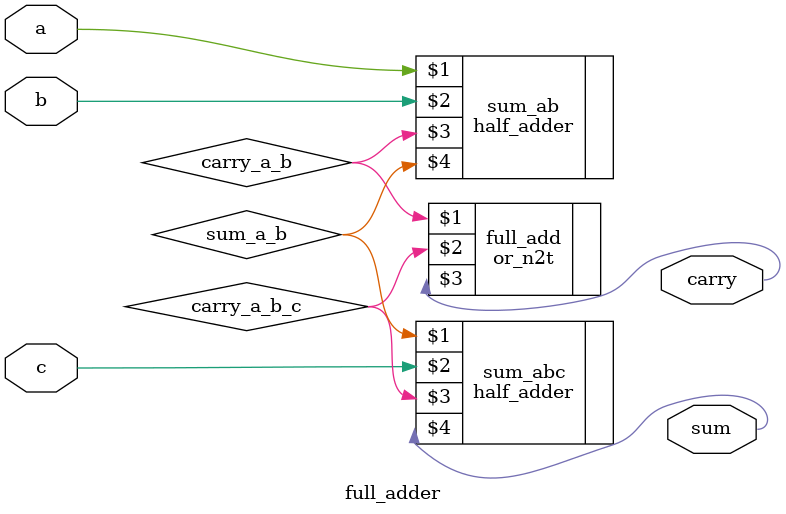
<source format=sv>
module full_adder(
    input  a,
    input  b,
    input  c,
    output carry,
    output sum
);
    wire carry_a_b, sum_a_b, carry_a_b_c;

    half_adder sum_ab(a, b, carry_a_b, sum_a_b);
    half_adder sum_abc(sum_a_b, c, carry_a_b_c, sum);
    or_n2t full_add(carry_a_b, carry_a_b_c, carry);
endmodule

</source>
